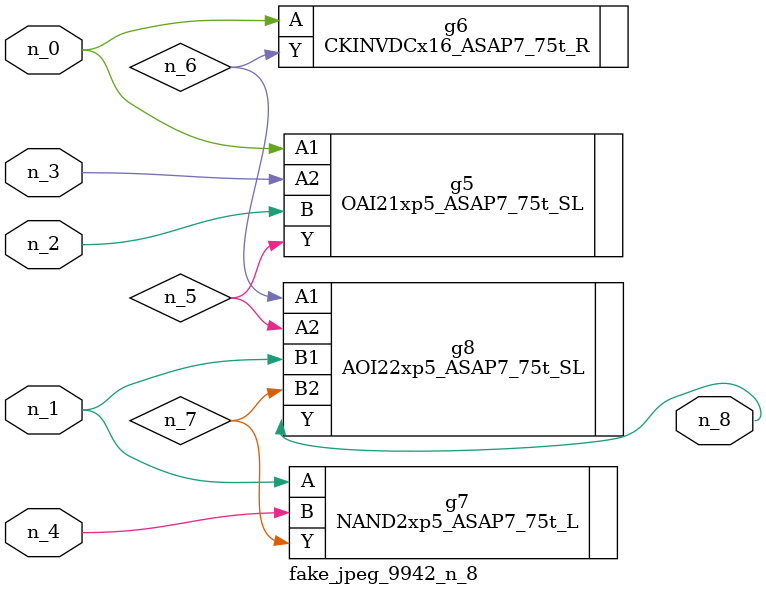
<source format=v>
module fake_jpeg_9942_n_8 (n_3, n_2, n_1, n_0, n_4, n_8);

input n_3;
input n_2;
input n_1;
input n_0;
input n_4;

output n_8;

wire n_6;
wire n_5;
wire n_7;

OAI21xp5_ASAP7_75t_SL g5 ( 
.A1(n_0),
.A2(n_3),
.B(n_2),
.Y(n_5)
);

CKINVDCx16_ASAP7_75t_R g6 ( 
.A(n_0),
.Y(n_6)
);

NAND2xp5_ASAP7_75t_L g7 ( 
.A(n_1),
.B(n_4),
.Y(n_7)
);

AOI22xp5_ASAP7_75t_SL g8 ( 
.A1(n_6),
.A2(n_5),
.B1(n_1),
.B2(n_7),
.Y(n_8)
);


endmodule
</source>
